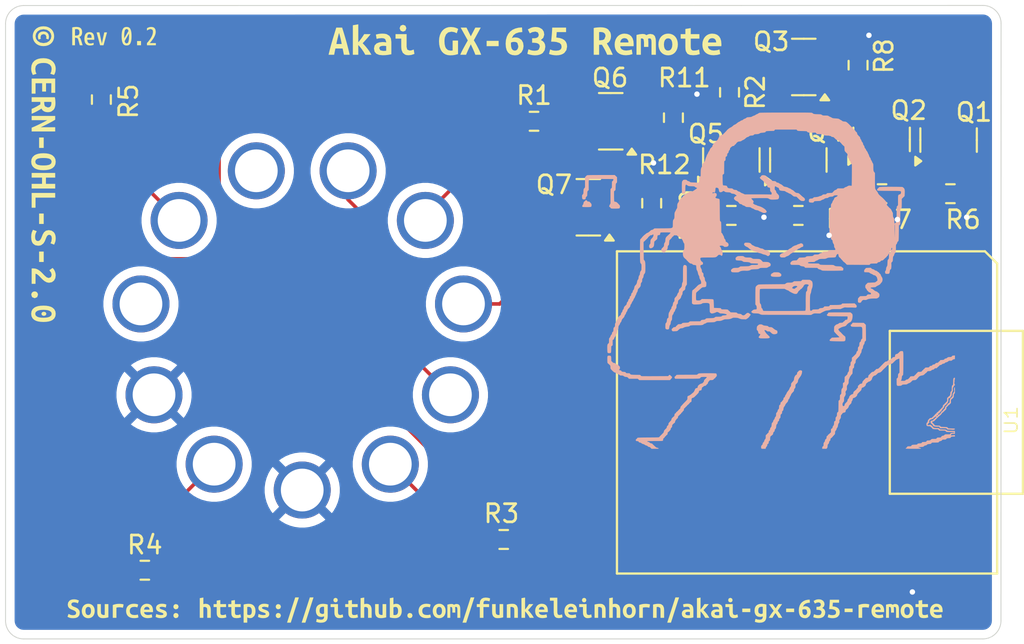
<source format=kicad_pcb>
(kicad_pcb (version 20241229) (generator "pcbnew") (generator_version "9.0")
  (layers (0 "F.Cu" signal) (2 "B.Cu" signal) (13 "F.Paste" user) (15 "B.Paste" user) (5 "F.SilkS" user "F.Silkscreen") (7 "B.SilkS" user "B.Silkscreen") (1 "F.Mask" user) (3 "B.Mask" user) (25 "Edge.Cuts" user))
  (net 0 "")
  (net 1 "/RWD")
  (net 2 "/REV")
  (net 3 "/FWD")
  (net 4 "/STOP")
  (net 5 "/FF")
  (net 7 "GND")
  (net 9 "/PAUSE")
  (net 10 "/REC")
  (net 11 "Net-(Q1-D)")
  (net 12 "Net-(Q1-G)")
  (net 13 "Net-(Q2-D)")
  (net 14 "Net-(Q2-G)")
  (net 15 "Net-(Q3-D)")
  (net 16 "Net-(Q3-G)")
  (net 17 "Net-(Q4-G)")
  (net 18 "Net-(Q5-G)")
  (net 19 "Net-(Q5-D)")
  (net 20 "Net-(Q6-G)")
  (net 21 "Net-(Q6-D)")
  (net 22 "Net-(Q7-G)")
  (footprint "kibuzzard-67B602E2" (layer "F.Cu") (at 124.3 88.7 -90)
    (property "Reference" "kibuzzard-67B602E2" (hide yes))
    (property "Value" "G***" (hide yes))
  )
  (footprint "Resistor_SMD:R_0603_1608Metric" (layer "F.Cu") (at 159.1 84.7 -90)
    (property "Reference" "R11" (at -2.2 -0.6 180) (layer "F.SilkS"))
    (property "Value" "100K")
    (pad "1" smd roundrect (at -0.825 0 270) (size 0.8 0.95) (layers "F.Cu" "F.Mask" "F.Paste") (net 7 "GND"))
    (pad "2" smd roundrect (at 0.825 0 270) (size 0.8 0.95) (layers "F.Cu" "F.Mask" "F.Paste") (net 20 "Net-(Q6-G)"))
  )
  (footprint "Package_TO_SOT_SMD:SOT-23" (layer "F.Cu") (at 166 87.0375 90)
    (property "Reference" "Q4" (at 1.5375 1.5 0) (layer "F.SilkS"))
    (property "Value" "T2N7002AK")
    (pad "1" smd roundrect (at -0.9375 -0.95 90) (size 1.475 0.6) (layers "F.Cu" "F.Mask" "F.Paste") (net 17 "Net-(Q4-G)"))
    (pad "2" smd roundrect (at -0.9375 0.95 90) (size 1.475 0.6) (layers "F.Cu" "F.Mask" "F.Paste") (net 7 "GND"))
    (pad "3" smd roundrect (at 0.9375 0 90) (size 1.475 0.6) (layers "F.Cu" "F.Mask" "F.Paste") (net 1 "/RWD"))
  )
  (footprint "Resistor_SMD:R_0603_1608Metric" (layer "F.Cu") (at 129.9 109.7 180)
    (property "Reference" "R4" (at 0 1.4 0) (layer "F.SilkS"))
    (property "Value" "47R")
    (pad "1" smd roundrect (at -0.825 0 180) (size 0.8 0.95) (layers "F.Cu" "F.Mask" "F.Paste") (net 10 "/REC"))
    (pad "2" smd roundrect (at 0.825 0 180) (size 0.8 0.95) (layers "F.Cu" "F.Mask" "F.Paste") (net 13 "Net-(Q2-D)"))
  )
  (footprint "Resistor_SMD:R_0603_1608Metric" (layer "F.Cu") (at 157.9 89.425 -90)
    (property "Reference" "R12" (at -2.125 -0.7 180) (layer "F.SilkS"))
    (property "Value" "100K")
    (pad "1" smd roundrect (at -0.825 0 270) (size 0.8 0.95) (layers "F.Cu" "F.Mask" "F.Paste") (net 7 "GND"))
    (pad "2" smd roundrect (at 0.825 0 270) (size 0.8 0.95) (layers "F.Cu" "F.Mask" "F.Paste") (net 22 "Net-(Q7-G)"))
  )
  (footprint "xiao ESP32C3_PCB:MOUDLE14P-SMD-2.54-21X17.8MM" (layer "F.Cu") (at 155.98075 92.0825 -90)
    (property "Reference" "U1" (at 9.3345 -21.7805 270) (layer "F.SilkS") (effects (font (size 0.7 0.8) (thickness 0.0875))))
    (property "Value" "MOUDLE-SEEEDUINO-XIAO-ESP32C3")
    (pad "1" smd roundrect (at 0.835 -18.12 270) (size 2.75 2) (layers "F.Cu" "F.Mask" "F.Paste") (roundrect_rratio 0.5) (net 12 "Net-(Q1-G)"))
    (pad "2" smd roundrect (at 0.835 -15.58 270) (size 2.75 2) (layers "F.Cu" "F.Mask" "F.Paste") (roundrect_rratio 0.5) (net 14 "Net-(Q2-G)"))
    (pad "3" smd roundrect (at 0.835 -13.04 270) (size 2.75 2) (layers "F.Cu" "F.Mask" "F.Paste") (roundrect_rratio 0.5) (net 16 "Net-(Q3-G)"))
    (pad "4" smd roundrect (at 0.835 -10.5 270) (size 2.75 2) (layers "F.Cu" "F.Mask" "F.Paste") (roundrect_rratio 0.5) (net 17 "Net-(Q4-G)"))
    (pad "5" smd roundrect (at 0.835 -7.96 270) (size 2.75 2) (layers "F.Cu" "F.Mask" "F.Paste") (roundrect_rratio 0.5) (net 18 "Net-(Q5-G)"))
    (pad "6" smd roundrect (at 0.835 -5.42 270) (size 2.75 2) (layers "F.Cu" "F.Mask" "F.Paste") (roundrect_rratio 0.5) (net 20 "Net-(Q6-G)"))
    (pad "7" smd roundrect (at 0.835 -2.88 270) (size 2.75 2) (layers "F.Cu" "F.Mask" "F.Paste") (roundrect_rratio 0.5) (net 22 "Net-(Q7-G)"))
    (pad "8" smd roundrect (at 17 -2.88 270) (size 2.75 2) (layers "F.Cu" "F.Mask" "F.Paste") (roundrect_rratio 0.5))
    (pad "9" smd roundrect (at 17 -5.42 270) (size 2.75 2) (layers "F.Cu" "F.Mask" "F.Paste") (roundrect_rratio 0.5))
    (pad "10" smd roundrect (at 17 -7.96 270) (size 2.75 2) (layers "F.Cu" "F.Mask" "F.Paste") (roundrect_rratio 0.5))
    (pad "11" smd roundrect (at 17 -10.5 270) (size 2.75 2) (layers "F.Cu" "F.Mask" "F.Paste") (roundrect_rratio 0.5))
    (pad "12" smd roundrect (at 17 -13.04 270) (size 2.75 2) (layers "F.Cu" "F.Mask" "F.Paste") (roundrect_rratio 0.5))
    (pad "13" smd roundrect (at 17 -15.58 270) (size 2.75 2) (layers "F.Cu" "F.Mask" "F.Paste") (roundrect_rratio 0.5) (net 7 "GND"))
    (pad "14" smd roundrect (at 17 -18.12 270) (size 2.75 2) (layers "F.Cu" "F.Mask" "F.Paste") (roundrect_rratio 0.5))
  )
  (footprint "Package_TO_SOT_SMD:SOT-23" (layer "F.Cu") (at 166.3 81.9 180)
    (property "Reference" "Q3" (at 1.8 1.4 0) (layer "F.SilkS"))
    (property "Value" "T2N7002AK")
    (pad "1" smd roundrect (at -0.9375 -0.95 180) (size 1.475 0.6) (layers "F.Cu" "F.Mask" "F.Paste") (net 16 "Net-(Q3-G)"))
    (pad "2" smd roundrect (at -0.9375 0.95 180) (size 1.475 0.6) (layers "F.Cu" "F.Mask" "F.Paste") (net 7 "GND"))
    (pad "3" smd roundrect (at 0.9375 0 180) (size 1.475 0.6) (layers "F.Cu" "F.Mask" "F.Paste") (net 15 "Net-(Q3-D)"))
  )
  (footprint "kibuzzard-67B60253" (layer "F.Cu") (at 149.8 111.9)
    (property "Reference" "kibuzzard-67B60253" (hide yes))
    (property "Value" "G***" (hide yes))
  )
  (footprint "kibuzzard-67B60319" (layer "F.Cu") (at 150.9 80.4)
    (property "Reference" "kibuzzard-67B60319" (hide yes))
    (property "Value" "G***" (hide yes))
  )
  (footprint "Resistor_SMD:R_0603_1608Metric" (layer "F.Cu") (at 169.3 81.8 -90)
    (property "Reference" "R8" (at -0.5 -1.43 90) (layer "F.SilkS"))
    (property "Value" "100K")
    (pad "1" smd roundrect (at -0.825 0 270) (size 0.8 0.95) (layers "F.Cu" "F.Mask" "F.Paste") (net 7 "GND"))
    (pad "2" smd roundrect (at 0.825 0 270) (size 0.8 0.95) (layers "F.Cu" "F.Mask" "F.Paste") (net 16 "Net-(Q3-G)"))
  )
  (footprint "Resistor_SMD:R_0603_1608Metric" (layer "F.Cu") (at 166 90.1 180)
    (property "Reference" "R9" (at -2.5 -0.2 0) (layer "F.SilkS"))
    (property "Value" "100K")
    (pad "1" smd roundrect (at -0.825 0 180) (size 0.8 0.95) (layers "F.Cu" "F.Mask" "F.Paste") (net 7 "GND"))
    (pad "2" smd roundrect (at 0.825 0 180) (size 0.8 0.95) (layers "F.Cu" "F.Mask" "F.Paste") (net 17 "Net-(Q4-G)"))
  )
  (footprint "Package_TO_SOT_SMD:SOT-23" (layer "F.Cu") (at 174.3 85.9375 90)
    (property "Reference" "Q1" (at 1.5375 1.4 180) (layer "F.SilkS"))
    (property "Value" "T2N7002AK")
    (pad "1" smd roundrect (at -0.9375 -0.95 90) (size 1.475 0.6) (layers "F.Cu" "F.Mask" "F.Paste") (net 12 "Net-(Q1-G)"))
    (pad "2" smd roundrect (at -0.9375 0.95 90) (size 1.475 0.6) (layers "F.Cu" "F.Mask" "F.Paste") (net 7 "GND"))
    (pad "3" smd roundrect (at 0.9375 0 90) (size 1.475 0.6) (layers "F.Cu" "F.Mask" "F.Paste") (net 11 "Net-(Q1-D)"))
  )
  (footprint "kibuzzard-68C59956" (layer "F.Cu") (at 128.2 80.2)
    (property "Reference" "kibuzzard-68C59956" (hide yes))
    (property "Value" "G***" (hide yes))
  )
  (footprint "Resistor_SMD:R_0603_1608Metric" (layer "F.Cu") (at 127.5 83.7 90)
    (property "Reference" "R5" (at -0.1 1.5 90) (layer "F.SilkS"))
    (property "Value" "47R")
    (pad "1" smd roundrect (at -0.825 0 90) (size 0.8 0.95) (layers "F.Cu" "F.Mask" "F.Paste") (net 9 "/PAUSE"))
    (pad "2" smd roundrect (at 0.825 0 90) (size 0.8 0.95) (layers "F.Cu" "F.Mask" "F.Paste") (net 11 "Net-(Q1-D)"))
  )
  (footprint "Resistor_SMD:R_0603_1608Metric" (layer "F.Cu") (at 170.625 88.9 180)
    (property "Reference" "R7" (at -0.675 -1.43 0) (layer "F.SilkS"))
    (property "Value" "100K")
    (pad "1" smd roundrect (at -0.825 0 180) (size 0.8 0.95) (layers "F.Cu" "F.Mask" "F.Paste") (net 7 "GND"))
    (pad "2" smd roundrect (at 0.825 0 180) (size 0.8 0.95) (layers "F.Cu" "F.Mask" "F.Paste") (net 14 "Net-(Q2-G)"))
  )
  (footprint "Resistor_SMD:R_0603_1608Metric" (layer "F.Cu") (at 174.4 88.9 180)
    (property "Reference" "R6" (at -0.7 -1.43 0) (layer "F.SilkS"))
    (property "Value" "100K")
    (pad "1" smd roundrect (at -0.825 0 180) (size 0.8 0.95) (layers "F.Cu" "F.Mask" "F.Paste") (net 7 "GND"))
    (pad "2" smd roundrect (at 0.825 0 180) (size 0.8 0.95) (layers "F.Cu" "F.Mask" "F.Paste") (net 12 "Net-(Q1-G)"))
  )
  (footprint "Resistor_SMD:R_0603_1608Metric" (layer "F.Cu") (at 162.2 83.3 -90)
    (property "Reference" "R2" (at 0 -1.43 90) (layer "F.SilkS"))
    (property "Value" "47R")
    (pad "1" smd roundrect (at -0.825 0 270) (size 0.8 0.95) (layers "F.Cu" "F.Mask" "F.Paste") (net 2 "/REV"))
    (pad "2" smd roundrect (at 0.825 0 270) (size 0.8 0.95) (layers "F.Cu" "F.Mask" "F.Paste") (net 19 "Net-(Q5-D)"))
  )
  (footprint "Package_TO_SOT_SMD:SOT-23" (layer "F.Cu") (at 154.4 89.65 180)
    (property "Reference" "Q7" (at 1.9 1.25 0) (layer "F.SilkS"))
    (property "Value" "T2N7002AK")
    (pad "1" smd roundrect (at -0.9375 -0.95 180) (size 1.475 0.6) (layers "F.Cu" "F.Mask" "F.Paste") (net 22 "Net-(Q7-G)"))
    (pad "2" smd roundrect (at -0.9375 0.95 180) (size 1.475 0.6) (layers "F.Cu" "F.Mask" "F.Paste") (net 7 "GND"))
    (pad "3" smd roundrect (at 0.9375 0 180) (size 1.475 0.6) (layers "F.Cu" "F.Mask" "F.Paste") (net 5 "/FF"))
  )
  (footprint "akai_gx_635_remote_control_port:AKAI_GX_635_REMOTE_CONTROL_PORT" (layer "F.Cu") (at 138.595 96.27)
    (property "Reference" "J1" (hide yes))
    (property "Value" "Conn_01x11")
    (pad "1" thru_hole oval (at 2.535593 -8.635436) (size 3.15 3.15) (drill 2.36) (layers "*.Cu" "*.Mask") (net 5 "/FF"))
    (pad "2" thru_hole oval (at 6.801746 -5.893746) (size 3.15 3.15) (drill 2.36) (layers "*.Cu" "*.Mask") (net 3 "/FWD"))
    (pad "3" thru_hole oval (at 8.908392 -1.280833) (size 3.15 3.15) (drill 2.36) (layers "*.Cu" "*.Mask") (net 2 "/REV"))
    (pad "4" thru_hole oval (at 8.186687 3.738735) (size 3.15 3.15) (drill 2.36) (layers "*.Cu" "*.Mask") (net 1 "/RWD"))
    (pad "5" thru_hole oval (at 4.865767 7.571281) (size 3.15 3.15) (drill 2.36) (layers "*.Cu" "*.Mask") (net 4 "/STOP"))
    (pad "6" thru_hole oval (at 0 9) (size 3.15 3.15) (drill 2.36) (layers "*.Cu" "*.Mask") (net 7 "GND"))
    (pad "7" thru_hole oval (at -4.865767 7.571281) (size 3.15 3.15) (drill 2.36) (layers "*.Cu" "*.Mask") (net 10 "/REC"))
    (pad "8" thru_hole oval (at -8.186687 3.738735) (size 3.15 3.15) (drill 2.36) (layers "*.Cu" "*.Mask") (net 7 "GND"))
    (pad "9" thru_hole oval (at -8.908392 -1.280833) (size 3.15 3.15) (drill 2.36) (layers "*.Cu" "*.Mask"))
    (pad "10" thru_hole oval (at -6.801746 -5.893746) (size 3.15 3.15) (drill 2.36) (layers "*.Cu" "*.Mask") (net 9 "/PAUSE"))
    (pad "11" thru_hole oval (at -2.535593 -8.635436) (size 3.15 3.15) (drill 2.36) (layers "*.Cu" "*.Mask"))
  )
  (footprint "kibuzzard-67B602EE" (layer "F.Cu") (at 124.3 80.2 -90)
    (property "Reference" "kibuzzard-67B602EE" (hide yes))
    (property "Value" "G***" (hide yes))
  )
  (footprint "Package_TO_SOT_SMD:SOT-23" (layer "F.Cu") (at 162.3 87.0375 90)
    (property "Reference" "Q5" (at 1.4375 -1.4 0) (layer "F.SilkS"))
    (property "Value" "T2N7002AK")
    (pad "1" smd roundrect (at -0.9375 -0.95 90) (size 1.475 0.6) (layers "F.Cu" "F.Mask" "F.Paste") (net 18 "Net-(Q5-G)"))
    (pad "2" smd roundrect (at -0.9375 0.95 90) (size 1.475 0.6) (layers "F.Cu" "F.Mask" "F.Paste") (net 7 "GND"))
    (pad "3" smd roundrect (at 0.9375 0 90) (size 1.475 0.6) (layers "F.Cu" "F.Mask" "F.Paste") (net 19 "Net-(Q5-D)"))
  )
  (footprint "Resistor_SMD:R_0603_1608Metric" (layer "F.Cu") (at 162.3 90.1 180)
    (property "Reference" "R10" (at 2.3 0 270) (layer "F.SilkS"))
    (property "Value" "100K")
    (pad "1" smd roundrect (at -0.825 0 180) (size 0.8 0.95) (layers "F.Cu" "F.Mask" "F.Paste") (net 7 "GND"))
    (pad "2" smd roundrect (at 0.825 0 180) (size 0.8 0.95) (layers "F.Cu" "F.Mask" "F.Paste") (net 18 "Net-(Q5-G)"))
  )
  (footprint "Package_TO_SOT_SMD:SOT-23" (layer "F.Cu") (at 170.6 85.9 90)
    (property "Reference" "Q2" (at 1.6 1.5 180) (layer "F.SilkS"))
    (property "Value" "T2N7002AK")
    (pad "1" smd roundrect (at -0.9375 -0.95 90) (size 1.475 0.6) (layers "F.Cu" "F.Mask" "F.Paste") (net 14 "Net-(Q2-G)"))
    (pad "2" smd roundrect (at -0.9375 0.95 90) (size 1.475 0.6) (layers "F.Cu" "F.Mask" "F.Paste") (net 7 "GND"))
    (pad "3" smd roundrect (at 0.9375 0 90) (size 1.475 0.6) (layers "F.Cu" "F.Mask" "F.Paste") (net 13 "Net-(Q2-D)"))
  )
  (footprint "Package_TO_SOT_SMD:SOT-23" (layer "F.Cu") (at 155.6375 84.9 180)
    (property "Reference" "Q6" (at 0.0375 2.4 0) (layer "F.SilkS"))
    (property "Value" "T2N7002AK")
    (pad "1" smd roundrect (at -0.9375 -0.95 180) (size 1.475 0.6) (layers "F.Cu" "F.Mask" "F.Paste") (net 20 "Net-(Q6-G)"))
    (pad "2" smd roundrect (at -0.9375 0.95 180) (size 1.475 0.6) (layers "F.Cu" "F.Mask" "F.Paste") (net 7 "GND"))
    (pad "3" smd roundrect (at 0.9375 0 180) (size 1.475 0.6) (layers "F.Cu" "F.Mask" "F.Paste") (net 21 "Net-(Q6-D)"))
  )
  (footprint "Resistor_SMD:R_0603_1608Metric" (layer "F.Cu") (at 149.725 108)
    (property "Reference" "R3" (at -0.125 -1.43 0) (layer "F.SilkS"))
    (property "Value" "47R")
    (pad "1" smd roundrect (at -0.825 0) (size 0.8 0.95) (layers "F.Cu" "F.Mask" "F.Paste") (net 4 "/STOP"))
    (pad "2" smd roundrect (at 0.825 0) (size 0.8 0.95) (layers "F.Cu" "F.Mask" "F.Paste") (net 15 "Net-(Q3-D)"))
  )
  (footprint "Resistor_SMD:R_0603_1608Metric" (layer "F.Cu") (at 151.4 84.9)
    (property "Reference" "R1" (at 0 -1.43 0) (layer "F.SilkS"))
    (property "Value" "47R")
    (pad "1" smd roundrect (at -0.825 0) (size 0.8 0.95) (layers "F.Cu" "F.Mask" "F.Paste") (net 3 "/FWD"))
    (pad "2" smd roundrect (at 0.825 0) (size 0.8 0.95) (layers "F.Cu" "F.Mask" "F.Paste") (net 21 "Net-(Q6-D)"))
  )
  (footprint "LOGO" (layer "B.Cu") (at 164.3 93.1 180)
    (property "Reference" "G***" (hide yes))
    (property "Value" "LOGO" (hide yes))
  )
  (gr_arc (start 176.2 78.5) (mid 176.907107 78.792893) (end 177.2 79.5) (stroke (width 0.05)) (layer "Edge.Cuts"))
  (gr_line (start 177.2 79.5) (end 177.192893 112.492893) (stroke (width 0.05)) (layer "Edge.Cuts"))
  (gr_arc (start 177.192893 112.492893) (mid 176.9 113.2) (end 176.192893 113.492893) (stroke (width 0.05)) (layer "Edge.Cuts"))
  (gr_line (start 123.207107 78.507107) (end 176.2 78.5) (stroke (width 0.05)) (layer "Edge.Cuts"))
  (gr_arc (start 122.207107 79.507107) (mid 122.5 78.8) (end 123.207107 78.507107) (stroke (width 0.05)) (layer "Edge.Cuts"))
  (gr_line (start 176.192893 113.492893) (end 123.207107 113.492893) (stroke (width 0.05)) (layer "Edge.Cuts"))
  (gr_line (start 122.207107 112.492893) (end 122.207107 79.507107) (stroke (width 0.05)) (layer "Edge.Cuts"))
  (gr_arc (start 123.207107 113.492893) (mid 122.5 113.2) (end 122.207107 112.492893) (stroke (width 0.05)) (layer "Edge.Cuts"))
  (segment (start 163.913133 84.513133) (end 163.5 84.1) (width 0.2) (layer "F.Cu") (net 1))
  (segment (start 165.613133 84.513133) (end 163.913133 84.513133) (width 0.2) (layer "F.Cu") (net 1))
  (segment (start 166 84.9) (end 165.613133 84.513133) (width 0.2) (layer "F.Cu") (net 1))
  (segment (start 138.9 85.8) (end 138.9 92.127048) (width 0.2) (layer "F.Cu") (net 1))
  (segment (start 143.25 81.45) (end 138.9 85.8) (width 0.2) (layer "F.Cu") (net 1))
  (segment (start 166 86.1) (end 166 84.9) (width 0.2) (layer "F.Cu") (net 1))
  (segment (start 163.5 84.1) (end 163.5 81.937936) (width 0.2) (layer "F.Cu") (net 1))
  (segment (start 163.5 81.937936) (end 163.012064 81.45) (width 0.2) (layer "F.Cu") (net 1))
  (segment (start 138.9 92.127048) (end 146.781687 100.008735) (width 0.2) (layer "F.Cu") (net 1))
  (segment (start 163.012064 81.45) (end 143.25 81.45) (width 0.2) (layer "F.Cu") (net 1))
  (segment (start 160.099 84.576) (end 156.469532 84.576) (width 0.2) (layer "F.Cu") (net 2))
  (segment (start 154.299 89.040968) (end 154.501 89.242968) (width 0.2) (layer "F.Cu") (net 2))
  (segment (start 154.501 89.990968) (end 149.502801 94.989167) (width 0.2) (layer "F.Cu") (net 2))
  (segment (start 154.299 86.746532) (end 154.299 89.040968) (width 0.2) (layer "F.Cu") (net 2))
  (segment (start 156.469532 84.576) (end 154.299 86.746532) (width 0.2) (layer "F.Cu") (net 2))
  (segment (start 162.2 82.475) (end 160.099 84.576) (width 0.2) (layer "F.Cu") (net 2))
  (segment (start 149.502801 94.989167) (end 147.503392 94.989167) (width 0.2) (layer "F.Cu") (net 2))
  (segment (start 154.501 89.242968) (end 154.501 89.990968) (width 0.2) (layer "F.Cu") (net 2))
  (segment (start 150.873 84.9) (end 150.575 84.9) (width 0.2) (layer "F.Cu") (net 3))
  (segment (start 145.396746 90.078254) (end 145.396746 90.376254) (width 0.2) (layer "F.Cu") (net 3))
  (segment (start 150.575 84.9) (end 145.396746 90.078254) (width 0.2) (layer "F.Cu") (net 3))
  (segment (start 148.9 108) (end 147.619486 108) (width 0.2) (layer "F.Cu") (net 4))
  (segment (start 147.619486 108) (end 143.460767 103.841281) (width 0.2) (layer "F.Cu") (net 4))
  (segment (start 144.7 92.8) (end 146.4 92.8) (width 0.2) (layer "F.Cu") (net 5))
  (segment (start 141.130593 87.634564) (end 141.130593 89.230593) (width 0.2) (layer "F.Cu") (net 5))
  (segment (start 141.130593 89.230593) (end 144.7 92.8) (width 0.2) (layer "F.Cu") (net 5))
  (segment (start 153.4625 89.65) (end 149.55 89.65) (width 0.2) (layer "F.Cu") (net 5))
  (segment (start 146.4 92.8) (end 149.55 89.65) (width 0.2) (layer "F.Cu") (net 5))
  (segment (start 159.1 83.875) (end 159.925 83.875) (width 0.2) (layer "F.Cu") (net 7))
  (segment (start 164.1 90.2) (end 163.225 90.2) (width 0.2) (layer "F.Cu") (net 7))
  (segment (start 156.575 83.95) (end 157.9 83.95) (width 0.2) (layer "F.Cu") (net 7))
  (segment (start 167.2375 80.95) (end 169.275 80.95) (width 0.2) (layer "F.Cu") (net 7))
  (segment (start 169.275 80.95) (end 169.3 80.975) (width 0.2) (layer "F.Cu") (net 7))
  (segment (start 163.225 90.2) (end 163.125 90.1) (width 0.2) (layer "F.Cu") (net 7))
  (segment (start 169.3 80.975) (end 169.3 80.75) (width 0.2) (layer "F.Cu") (net 7))
  (segment (start 171.56075 109.0825) (end 171.56075 110.16075) (width 0.2) (layer "F.Cu") (net 7))
  (segment (start 163.125 90.1) (end 163.125 88.1) (width 0.2) (layer "F.Cu") (net 7))
  (segment (start 157.8 88.7) (end 157.9 88.6) (width 0.2) (layer "F.Cu") (net 7))
  (segment (start 171.56075 110.16075) (end 172.3 110.9) (width 0.2) (layer "F.Cu") (net 7))
  (segment (start 166.825 90.1) (end 166.825 88.1) (width 0.2) (layer "F.Cu") (net 7))
  (segment (start 157.675 88.7) (end 157.9 88.475) (width 0.2) (layer "F.Cu") (net 7))
  (segment (start 169.3 80.75) (end 169.9 80.15) (width 0.2) (layer "F.Cu") (net 7))
  (segment (start 157.9 83.95) (end 159.025 83.95) (width 0.2) (layer "F.Cu") (net 7))
  (segment (start 159.925 83.875) (end 160.4 83.4) (width 0.2) (layer "F.Cu") (net 7))
  (segment (start 159.025 83.95) (end 159.1 83.875) (width 0.2) (layer "F.Cu") (net 7))
  (segment (start 175.25 88.875) (end 175.225 88.9) (width 0.2) (layer "F.Cu") (net 7))
  (segment (start 171.55 88.8) (end 171.45 88.9) (width 0.2) (layer "F.Cu") (net 7))
  (segment (start 175.3 90.2) (end 175.3 88.975) (width 0.2) (layer "F.Cu") (net 7))
  (segment (start 155.3375 88.7) (end 157.8 88.7) (width 0.2) (layer "F.Cu") (net 7))
  (segment (start 166.825 88.1) (end 166.95 87.975) (width 0.2) (layer "F.Cu") (net 7))
  (segment (start 175.25 86.875) (end 175.25 88.875) (width 0.2) (layer "F.Cu") (net 7))
  (segment (start 175.3 88.975) (end 175.225 88.9) (width 0.2) (layer "F.Cu") (net 7))
  (segment (start 158 88.5) (end 157.9 88.6) (width 0.2) (layer "F.Cu") (net 7))
  (segment (start 163.125 88.1) (end 163.25 87.975) (width 0.2) (layer "F.Cu") (net 7))
  (segment (start 171.474265 90.325735) (end 171.474265 88.924265) (width 0.2) (layer "F.Cu") (net 7))
  (segment (start 171.55 86.8375) (end 171.55 88.8) (width 0.2) (layer "F.Cu") (net 7))
  (segment (start 158 87.2) (end 158 88.5) (width 0.2) (layer "F.Cu") (net 7))
  (segment (start 167.7 90.975) (end 166.825 90.1) (width 0.2) (layer "F.Cu") (net 7))
  (segment (start 167.7 91.2) (end 167.7 90.975) (width 0.2) (layer "F.Cu") (net 7))
  (segment (start 171.474265 88.924265) (end 171.45 88.9) (width 0.2) (layer "F.Cu") (net 7))
  (via (at 169.9 80.15) (size 0.6) (drill 0.3) (layers "F.Cu" "B.Cu") (net 7))
  (via (at 160.4 83.4) (size 0.6) (drill 0.3) (layers "F.Cu" "B.Cu") (net 7))
  (via (at 167.7 91.2) (size 0.6) (drill 0.3) (layers "F.Cu" "B.Cu") (net 7))
  (via (at 172.3 110.9) (size 0.6) (drill 0.3) (layers "F.Cu" "B.Cu") (net 7))
  (via (at 175.3 90.2) (size 0.6) (drill 0.3) (layers "F.Cu" "B.Cu") (net 7))
  (via (at 171.474265 90.325735) (size 0.6) (drill 0.3) (layers "F.Cu" "B.Cu") (net 7))
  (via (at 164.1 90.2) (size 0.6) (drill 0.3) (layers "F.Cu" "B.Cu") (net 7))
  (via (at 158 87.2) (size 0.6) (drill 0.3) (layers "F.Cu" "B.Cu") (net 7))
  (segment (start 127.5 86.083) (end 131.793254 90.376254) (width 0.2) (layer "F.Cu") (net 9))
  (segment (start 127.5 84.525) (end 127.5 86.083) (width 0.2) (layer "F.Cu") (net 9))
  (segment (start 131 109.775) (end 131 106.570514) (width 0.2) (layer "F.Cu") (net 10))
  (segment (start 131 106.570514) (end 133.729233 103.841281) (width 0.2) (layer "F.Cu") (net 10))
  (segment (start 127.5 82.875) (end 131.225 79.15) (width 0.2) (layer "F.Cu") (net 11))
  (segment (start 174.3 82.3) (end 174.3 85) (width 0.2) (layer "F.Cu") (net 11))
  (segment (start 171.15 79.15) (end 174.3 82.3) (width 0.2) (layer "F.Cu") (net 11))
  (segment (start 131.225 79.15) (end 171.15 79.15) (width 0.2) (layer "F.Cu") (net 11))
  (segment (start 174.10075 90.90075) (end 174.10075 92.9175) (width 0.2) (layer "F.Cu") (net 12))
  (segment (start 173.35 86.875) (end 173.35 88.675) (width 0.2) (layer "F.Cu") (net 12))
  (segment (start 173.575 90.375) (end 174.10075 90.90075) (width 0.2) (layer "F.Cu") (net 12))
  (segment (start 173.35 88.675) (end 173.575 88.9) (width 0.2) (layer "F.Cu") (net 12))
  (segment (start 173.575 88.9) (end 173.575 90.375) (width 0.2) (layer "F.Cu") (net 12))
  (segment (start 170.35 79.55) (end 170.6 79.8) (width 0.2) (layer "F.Cu") (net 13))
  (segment (start 128.9 92.5) (end 133 92.5) (width 0.2) (layer "F.Cu") (net 13))
  (segment (start 127.3 108) (end 127.3 94.1) (width 0.2) (layer "F.Cu") (net 13))
  (segment (start 127.3 94.1) (end 128.9 92.5) (width 0.2) (layer "F.Cu") (net 13))
  (segment (start 134 82.6) (end 137.05 79.55) (width 0.2) (layer "F.Cu") (net 13))
  (segment (start 133 92.5) (end 134 91.5) (width 0.2) (layer "F.Cu") (net 13))
  (segment (start 134 91.5) (end 134 82.6) (width 0.2) (layer "F.Cu") (net 13))
  (segment (start 129 109.7) (end 127.3 108) (width 0.2) (layer "F.Cu") (net 13))
  (segment (start 170.6 79.8) (end 170.6 84.9625) (width 0.2) (layer "F.Cu") (net 13))
  (segment (start 129.075 109.7) (end 129 109.7) (width 0.2) (layer "F.Cu") (net 13))
  (segment (start 137.05 79.55) (end 170.35 79.55) (width 0.2) (layer "F.Cu") (net 13))
  (segment (start 169.8 89.5) (end 171.56075 91.26075) (width 0.2) (layer "F.Cu") (net 14))
  (segment (start 169.65 86.8375) (end 169.65 88.75) (width 0.2) (layer "F.Cu") (net 14))
  (segment (start 171.56075 91.26075) (end 171.56075 92.9175) (width 0.2) (layer "F.Cu") (net 14))
  (segment (start 169.8 88.9) (end 169.8 89.5) (width 0.2) (layer "F.Cu") (net 14))
  (segment (start 169.65 88.75) (end 169.8 88.9) (width 0.2) (layer "F.Cu") (net 14))
  (segment (start 142.95 79.95) (end 138.3 84.6) (width 0.2) (layer "F.Cu") (net 15))
  (segment (start 142.95 79.95) (end 163.4125 79.95) (width 0.2) (layer "F.Cu") (net 15))
  (segment (start 138.3 95.75) (end 150.55 108) (width 0.2) (layer "F.Cu") (net 15))
  (segment (start 138.3 84.6) (end 138.3 95.75) (width 0.2) (layer "F.Cu") (net 15))
  (segment (start 163.4125 79.95) (end 165.3625 81.9) (width 0.2) (layer "F.Cu") (net 15))
  (segment (start 169.075 82.85) (end 169.3 82.625) (width 0.2) (layer "F.Cu") (net 16))
  (segment (start 167.2375 82.85) (end 169.075 82.85) (width 0.2) (layer "F.Cu") (net 16))
  (segment (start 169.02075 91.32075) (end 169.02075 92.9175) (width 0.2) (layer "F.Cu") (net 16))
  (segment (start 168.2 84.4) (end 168.2 90.5) (width 0.2) (layer "F.Cu") (net 16))
  (segment (start 169.3 82.625) (end 169.3 83.3) (width 0.2) (layer "F.Cu") (net 16))
  (segment (start 168.2 90.5) (end 169.02075 91.32075) (width 0.2) (layer "F.Cu") (net 16))
  (segment (start 169.3 83.3) (end 168.2 84.4) (width 0.2) (layer "F.Cu") (net 16))
  (segment (start 166.48075 91.40575) (end 165.175 90.1) (width 0.2) (layer "F.Cu") (net 17))
  (segment (start 165.175 88.1) (end 165.05 87.975) (width 0.2) (layer "F.Cu") (net 17))
  (segment (start 165.175 90.1) (end 165.175 88.1) (width 0.2) (layer "F.Cu") (net 17))
  (segment (start 166.48075 92.9175) (end 167.05 92.34825) (width 0.2) (layer "F.Cu") (net 17))
  (segment (start 166.48075 92.9175) (end 166.48075 91.40575) (width 0.2) (layer "F.Cu") (net 17))
  (segment (start 161.475 88.1) (end 161.35 87.975) (width 0.2) (layer "F.Cu") (net 18))
  (segment (start 161.475 90.775) (end 161.8 91.1) (width 0.2) (layer "F.Cu") (net 18))
  (segment (start 161.8 91.1) (end 163.5 91.1) (width 0.2) (layer "F.Cu") (net 18))
  (segment (start 161.475 90.1) (end 161.475 90.775) (width 0.2) (layer "F.Cu") (net 18))
  (segment (start 163.5 91.1) (end 163.7 91.1) (width 0.2) (layer "F.Cu") (net 18))
  (segment (start 161.475 90.1) (end 161.475 88.1) (width 0.2) (layer "F.Cu") (net 18))
  (segment (start 163.7 91.1) (end 163.94075 91.34075) (width 0.2) (layer "F.Cu") (net 18))
  (segment (start 163.94075 91.34075) (end 163.94075 92.9175) (width 0.2) (layer "F.Cu") (net 18))
  (segment (start 162.3 86.1) (end 162.3 84.225) (width 0.2) (layer "F.Cu") (net 19))
  (segment (start 162.3 84.225) (end 162.2 84.125) (width 0.2) (layer "F.Cu") (net 19))
  (segment (start 157.975 85.525) (end 159.1 85.525) (width 0.2) (layer "F.Cu") (net 20))
  (segment (start 157.65 85.85) (end 157.975 85.525) (width 0.2) (layer "F.Cu") (net 20))
  (segment (start 161.40075 91.40075) (end 161.40075 92.9175) (width 0.2) (layer "F.Cu") (net 20))
  (segment (start 159.1 85.525) (end 159.1 89.1) (width 0.2) (layer "F.Cu") (net 20))
  (segment (start 156.575 85.85) (end 157.65 85.85) (width 0.2) (layer "F.Cu") (net 20))
  (segment (start 159.1 89.1) (end 161.40075 91.40075) (width 0.2) (layer "F.Cu") (net 20))
  (segment (start 154.4 85.1) (end 154.3 85) (width 0.2) (layer "F.Cu") (net 21))
  (segment (start 152.225 84.9) (end 154.7 84.9) (width 0.2) (layer "F.Cu") (net 21))
  (segment (start 157.9 90.5) (end 158.86075 91.46075) (width 0.2) (layer "F.Cu") (net 22))
  (segment (start 158.86075 91.46075) (end 158.86075 92.9175) (width 0.2) (layer "F.Cu") (net 22))
  (segment (start 155.3375 90.45) (end 156.575 90.45) (width 0.2) (layer "F.Cu") (net 22))
  (segment (start 156.9 90.125) (end 157.9 90.125) (width 0.2) (layer "F.Cu") (net 22))
  (segment (start 157.9 90.125) (end 157.9 90.5) (width 0.2) (layer "F.Cu") (net 22))
  (segment (start 156.575 90.45) (end 156.9 90.125) (width 0.2) (layer "F.Cu") (net 22))
  (zone (net 7) (net_name "GND") (layer "B.Cu") (connect_pads (clearance 0.5)) (min_thickness 0.25) (fill yes (thermal_gap 0.5) (thermal_bridge_width 0.5))
    (polygon (pts (xy 177.4 78.3) (xy 121.9 78.2) (xy 121.9 113.8) (xy 177.4 113.7)))
  )
)
</source>
